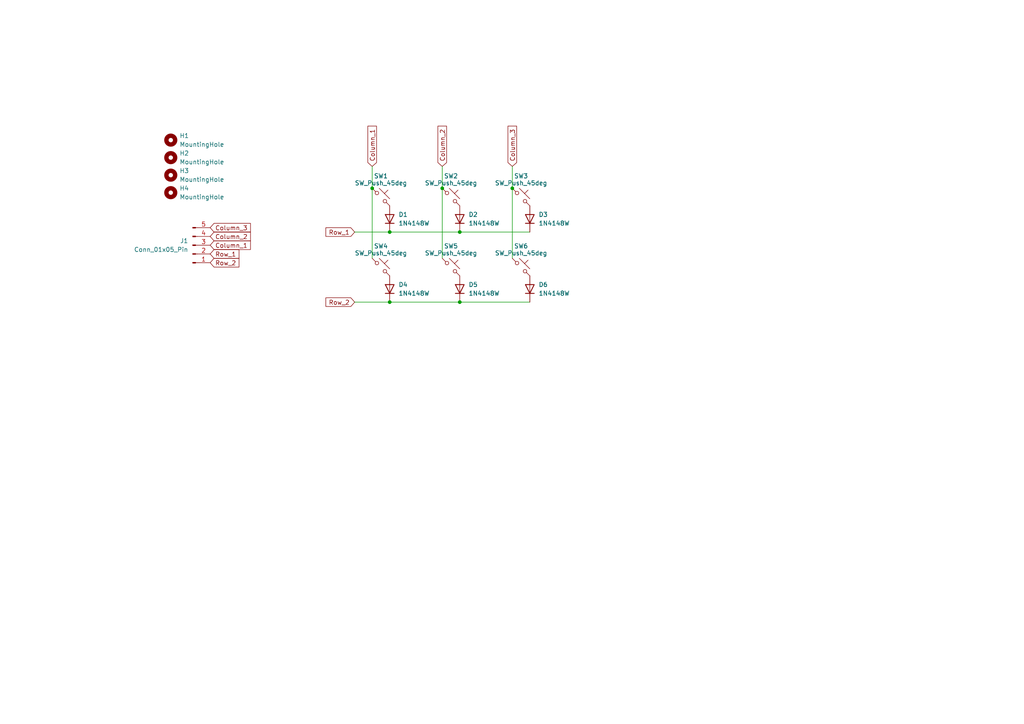
<source format=kicad_sch>
(kicad_sch (version 20231120) (generator "eeschema") (generator_version "8.0")
  (paper "A4")
  (lib_symbols
    (symbol "Connector:Conn_01x05_Pin" (pin_names (offset 1.016) hide)
      (property "Reference" "J" (at 0 7.62 0))
      (property "Value" "Conn_01x05_Pin" (at 0 -7.62 0))
      (symbol "Conn_01x05_Pin_1_1"
        (polyline (pts (xy 1.27 -5.08) (xy 0.8636 -5.08)) (stroke (width 0.1524)))
        (polyline (pts (xy 1.27 -2.54) (xy 0.8636 -2.54)) (stroke (width 0.1524)))
        (polyline (pts (xy 1.27 0) (xy 0.8636 0)) (stroke (width 0.1524)))
        (polyline (pts (xy 1.27 2.54) (xy 0.8636 2.54)) (stroke (width 0.1524)))
        (polyline (pts (xy 1.27 5.08) (xy 0.8636 5.08)) (stroke (width 0.1524)))
        (rectangle (start 0.8636 -4.953) (end 0 -5.207) (stroke (width 0.1524)) (fill (type outline)))
        (rectangle (start 0.8636 -2.413) (end 0 -2.667) (stroke (width 0.1524)) (fill (type outline)))
        (rectangle (start 0.8636 0.127) (end 0 -0.127) (stroke (width 0.1524)) (fill (type outline)))
        (rectangle (start 0.8636 2.667) (end 0 2.413) (stroke (width 0.1524)) (fill (type outline)))
        (rectangle (start 0.8636 5.207) (end 0 4.953) (stroke (width 0.1524)) (fill (type outline)))
        (pin passive line (at 5.08 5.08 180) (length 3.81) (name "Pin_1") (number "1"))
        (pin passive line (at 5.08 2.54 180) (length 3.81) (name "Pin_2") (number "2"))
        (pin passive line (at 5.08 0 180) (length 3.81) (name "Pin_3") (number "3"))
        (pin passive line (at 5.08 -2.54 180) (length 3.81) (name "Pin_4") (number "4"))
        (pin passive line (at 5.08 -5.08 180) (length 3.81) (name "Pin_5") (number "5"))
      )
    )
    (symbol "Diode:1N4148W" (pin_numbers hide) (pin_names hide)
      (property "Reference" "D" (at 0 2.54 0))
      (property "Value" "1N4148W" (at 0 -2.54 0))
      (symbol "1N4148W_0_1"
        (polyline (pts (xy -1.27 1.27) (xy -1.27 -1.27)) (stroke (width 0.254)))
        (polyline (pts (xy 1.27 0) (xy -1.27 0)))
        (polyline (pts (xy 1.27 1.27) (xy 1.27 -1.27) (xy -1.27 0) (xy 1.27 1.27)) (stroke (width 0.254)))
      )
      (symbol "1N4148W_1_1"
        (pin passive line (at -3.81 0 0) (length 2.54) (name "K") (number "1"))
        (pin passive line (at 3.81 0 180) (length 2.54) (name "A") (number "2"))
      )
    )
    (symbol "Mechanical:MountingHole" (pin_names (offset 1.016))
      (property "Reference" "H" (at 0 5.08 0))
      (property "Value" "MountingHole" (at 0 3.175 0))
      (symbol "MountingHole_0_1"
        (circle (center 0 0) (radius 1.27) (stroke (width 1.27)))
      )
    )
    (symbol "Switch:SW_Push_45deg" (pin_numbers hide) (pin_names (offset 1.016) hide)
      (property "Reference" "SW" (at 3.048 1.016 0))
      (property "Value" "SW_Push_45deg" (at 0 -3.81 0))
      (symbol "SW_Push_45deg_0_1"
        (circle (center -1.1684 1.1684) (radius 0.508))
        (polyline (pts (xy -0.508 2.54) (xy 2.54 -0.508)))
        (polyline (pts (xy 1.016 1.016) (xy 2.032 2.032)))
        (polyline (pts (xy -2.54 2.54) (xy -1.524 1.524) (xy -1.524 1.524)))
        (polyline (pts (xy 1.524 -1.524) (xy 2.54 -2.54) (xy 2.54 -2.54) (xy 2.54 -2.54)))
        (circle (center 1.143 -1.1938) (radius 0.508))
        (pin passive line (at -2.54 2.54 0) (length 0) (name "1") (number "1"))
        (pin passive line (at 2.54 -2.54 180) (length 0) (name "2") (number "2"))
      )
    )
  )
  (junction (at 128.27 54.61))
  (junction (at 107.95 54.61))
  (junction (at 113.03 67.31))
  (junction (at 133.35 67.31))
  (junction (at 133.35 87.63))
  (junction (at 148.59 54.61))
  (junction (at 113.03 87.63))
  (wire (pts (xy 102.87 67.31) (xy 113.03 67.31)))
  (wire (pts (xy 128.27 54.61) (xy 128.27 74.93)))
  (wire (pts (xy 113.03 87.63) (xy 133.35 87.63)))
  (wire (pts (xy 148.59 54.61) (xy 148.59 74.93)))
  (wire (pts (xy 133.35 87.63) (xy 153.67 87.63)))
  (wire (pts (xy 128.27 48.26) (xy 128.27 54.61)))
  (wire (pts (xy 133.35 67.31) (xy 153.67 67.31)))
  (wire (pts (xy 148.59 48.26) (xy 148.59 54.61)))
  (wire (pts (xy 107.95 54.61) (xy 107.95 74.93)))
  (wire (pts (xy 113.03 67.31) (xy 133.35 67.31)))
  (wire (pts (xy 107.95 48.26) (xy 107.95 54.61)))
  (wire (pts (xy 102.87 87.63) (xy 113.03 87.63)))
  (global_label "Row_2" (shape input) (at 102.87 87.63 180) (property "Intersheetrefs" "${INTERSHEET_REFS}" (effects (hide yes))))
  (global_label "Row_2" (shape input) (at 60.96 76.2 0) (property "Intersheetrefs" "${INTERSHEET_REFS}" (effects (hide yes))))
  (global_label "Column_3" (shape input) (at 148.59 48.26 90) (property "Intersheetrefs" "${INTERSHEET_REFS}" (effects (hide yes))))
  (global_label "Column_2" (shape input) (at 60.96 68.58 0) (property "Intersheetrefs" "${INTERSHEET_REFS}" (effects (hide yes))))
  (global_label "Row_1" (shape input) (at 102.87 67.31 180) (property "Intersheetrefs" "${INTERSHEET_REFS}" (effects (hide yes))))
  (global_label "Column_3" (shape input) (at 60.96 66.04 0) (property "Intersheetrefs" "${INTERSHEET_REFS}" (effects (hide yes))))
  (global_label "Column_2" (shape input) (at 128.27 48.26 90) (property "Intersheetrefs" "${INTERSHEET_REFS}" (effects (hide yes))))
  (global_label "Column_1" (shape input) (at 60.96 71.12 0) (property "Intersheetrefs" "${INTERSHEET_REFS}" (effects (hide yes))))
  (global_label "Column_1" (shape input) (at 107.95 48.26 90) (property "Intersheetrefs" "${INTERSHEET_REFS}" (effects (hide yes))))
  (global_label "Row_1" (shape input) (at 60.96 73.66 0) (property "Intersheetrefs" "${INTERSHEET_REFS}" (effects (hide yes))))
  (symbol (lib_id "Switch:SW_Push_45deg") (at 110.49 77.47 0) (unit 1)
    (property "Reference" "SW4" (at 110.49 71.374 0))
    (property "Value" "SW_Push_45deg" (at 110.49 73.406 0))
    (property "Footprint" "PCM_Switch_Keyboard_Cherry_MX:SW_Cherry_MX_PCB_1.00u" (effects (hide yes)))
    (property "Description" "Push button switch, normally open, two pins, 45° tilted" (effects (hide yes)))
  )
  (symbol (lib_id "Mechanical:MountingHole") (at 49.53 50.8 0) (unit 1)
    (property "Reference" "H3" (at 52.07 49.5299 0) (effects (justify left)))
    (property "Value" "MountingHole" (at 52.07 52.0699 0) (effects (justify left)))
    (property "Footprint" "MountingHole:MountingHole_3.2mm_M3" (effects (hide yes)))
    (property "Description" "Mounting Hole without connection" (effects (hide yes)))
  )
  (symbol (lib_id "Diode:1N4148W") (at 133.35 63.5 90) (unit 1)
    (property "Reference" "D2" (at 135.89 62.2299 90) (effects (justify right)))
    (property "Value" "1N4148W" (at 135.89 64.7699 90) (effects (justify right)))
    (property "Footprint" "Diode_SMD:D_SOD-123" (effects (hide yes)))
    (property "Datasheet" "https://www.vishay.com/docs/85748/1n4148w.pdf" (effects (hide yes)))
    (property "Description" "75V 0.15A Fast Switching Diode, SOD-123" (effects (hide yes)))
    (property "Sim.Device" "D" (effects (hide yes)))
    (property "Sim.Pins" "1=K 2=A" (effects (hide yes)))
  )
  (symbol (lib_id "Switch:SW_Push_45deg") (at 130.81 57.15 0) (unit 1)
    (property "Reference" "SW2" (at 130.81 51.054 0))
    (property "Value" "SW_Push_45deg" (at 130.81 53.086 0))
    (property "Footprint" "PCM_Switch_Keyboard_Cherry_MX:SW_Cherry_MX_PCB_1.00u" (effects (hide yes)))
    (property "Description" "Push button switch, normally open, two pins, 45° tilted" (effects (hide yes)))
  )
  (symbol (lib_id "Mechanical:MountingHole") (at 49.53 40.64 0) (unit 1)
    (property "Reference" "H1" (at 52.07 39.3699 0) (effects (justify left)))
    (property "Value" "MountingHole" (at 52.07 41.9099 0) (effects (justify left)))
    (property "Footprint" "MountingHole:MountingHole_3.2mm_M3" (effects (hide yes)))
    (property "Description" "Mounting Hole without connection" (effects (hide yes)))
  )
  (symbol (lib_id "Switch:SW_Push_45deg") (at 110.49 57.15 0) (unit 1)
    (property "Reference" "SW1" (at 110.49 51.054 0))
    (property "Value" "SW_Push_45deg" (at 110.49 53.086 0))
    (property "Footprint" "PCM_Switch_Keyboard_Cherry_MX:SW_Cherry_MX_PCB_1.00u" (effects (hide yes)))
    (property "Description" "Push button switch, normally open, two pins, 45° tilted" (effects (hide yes)))
  )
  (symbol (lib_id "Diode:1N4148W") (at 133.35 83.82 90) (unit 1)
    (property "Reference" "D5" (at 135.89 82.5499 90) (effects (justify right)))
    (property "Value" "1N4148W" (at 135.89 85.0899 90) (effects (justify right)))
    (property "Footprint" "Diode_SMD:D_SOD-123" (effects (hide yes)))
    (property "Datasheet" "https://www.vishay.com/docs/85748/1n4148w.pdf" (effects (hide yes)))
    (property "Description" "75V 0.15A Fast Switching Diode, SOD-123" (effects (hide yes)))
    (property "Sim.Device" "D" (effects (hide yes)))
    (property "Sim.Pins" "1=K 2=A" (effects (hide yes)))
  )
  (symbol (lib_id "Switch:SW_Push_45deg") (at 130.81 77.47 0) (unit 1)
    (property "Reference" "SW5" (at 130.81 71.374 0))
    (property "Value" "SW_Push_45deg" (at 130.81 73.406 0))
    (property "Footprint" "PCM_Switch_Keyboard_Cherry_MX:SW_Cherry_MX_PCB_1.00u" (effects (hide yes)))
    (property "Description" "Push button switch, normally open, two pins, 45° tilted" (effects (hide yes)))
  )
  (symbol (lib_id "Diode:1N4148W") (at 153.67 63.5 90) (unit 1)
    (property "Reference" "D3" (at 156.21 62.2299 90) (effects (justify right)))
    (property "Value" "1N4148W" (at 156.21 64.7699 90) (effects (justify right)))
    (property "Footprint" "Diode_SMD:D_SOD-123" (effects (hide yes)))
    (property "Datasheet" "https://www.vishay.com/docs/85748/1n4148w.pdf" (effects (hide yes)))
    (property "Description" "75V 0.15A Fast Switching Diode, SOD-123" (effects (hide yes)))
    (property "Sim.Device" "D" (effects (hide yes)))
    (property "Sim.Pins" "1=K 2=A" (effects (hide yes)))
  )
  (symbol (lib_id "Connector:Conn_01x05_Pin") (at 55.88 71.12 0) (mirror x) (unit 1)
    (property "Reference" "J1" (at 54.61 69.8499 0) (effects (justify right)))
    (property "Value" "Conn_01x05_Pin" (at 54.61 72.3899 0) (effects (justify right)))
    (property "Footprint" "Connector_PinHeader_2.54mm:PinHeader_1x05_P2.54mm_Vertical" (effects (hide yes)))
    (property "Description" "Generic connector, single row, 01x05, script generated" (effects (hide yes)))
  )
  (symbol (lib_id "Mechanical:MountingHole") (at 49.53 55.88 0) (unit 1)
    (property "Reference" "H4" (at 52.07 54.6099 0) (effects (justify left)))
    (property "Value" "MountingHole" (at 52.07 57.1499 0) (effects (justify left)))
    (property "Footprint" "MountingHole:MountingHole_3.2mm_M3" (effects (hide yes)))
    (property "Description" "Mounting Hole without connection" (effects (hide yes)))
  )
  (symbol (lib_id "Diode:1N4148W") (at 113.03 83.82 90) (unit 1)
    (property "Reference" "D4" (at 115.57 82.5499 90) (effects (justify right)))
    (property "Value" "1N4148W" (at 115.57 85.0899 90) (effects (justify right)))
    (property "Footprint" "Diode_SMD:D_SOD-123" (effects (hide yes)))
    (property "Datasheet" "https://www.vishay.com/docs/85748/1n4148w.pdf" (effects (hide yes)))
    (property "Description" "75V 0.15A Fast Switching Diode, SOD-123" (effects (hide yes)))
    (property "Sim.Device" "D" (effects (hide yes)))
    (property "Sim.Pins" "1=K 2=A" (effects (hide yes)))
  )
  (symbol (lib_id "Mechanical:MountingHole") (at 49.53 45.72 0) (unit 1)
    (property "Reference" "H2" (at 52.07 44.4499 0) (effects (justify left)))
    (property "Value" "MountingHole" (at 52.07 46.9899 0) (effects (justify left)))
    (property "Footprint" "MountingHole:MountingHole_3.2mm_M3" (effects (hide yes)))
    (property "Description" "Mounting Hole without connection" (effects (hide yes)))
  )
  (symbol (lib_id "Diode:1N4148W") (at 153.67 83.82 90) (unit 1)
    (property "Reference" "D6" (at 156.21 82.5499 90) (effects (justify right)))
    (property "Value" "1N4148W" (at 156.21 85.0899 90) (effects (justify right)))
    (property "Footprint" "Diode_SMD:D_SOD-123" (effects (hide yes)))
    (property "Datasheet" "https://www.vishay.com/docs/85748/1n4148w.pdf" (effects (hide yes)))
    (property "Description" "75V 0.15A Fast Switching Diode, SOD-123" (effects (hide yes)))
    (property "Sim.Device" "D" (effects (hide yes)))
    (property "Sim.Pins" "1=K 2=A" (effects (hide yes)))
  )
  (symbol (lib_id "Switch:SW_Push_45deg") (at 151.13 77.47 0) (unit 1)
    (property "Reference" "SW6" (at 151.13 71.374 0))
    (property "Value" "SW_Push_45deg" (at 151.13 73.406 0))
    (property "Footprint" "PCM_Switch_Keyboard_Cherry_MX:SW_Cherry_MX_PCB_1.00u" (effects (hide yes)))
    (property "Description" "Push button switch, normally open, two pins, 45° tilted" (effects (hide yes)))
  )
  (symbol (lib_id "Switch:SW_Push_45deg") (at 151.13 57.15 0) (unit 1)
    (property "Reference" "SW3" (at 151.13 51.054 0))
    (property "Value" "SW_Push_45deg" (at 151.13 53.086 0))
    (property "Footprint" "PCM_Switch_Keyboard_Cherry_MX:SW_Cherry_MX_PCB_1.00u" (effects (hide yes)))
    (property "Description" "Push button switch, normally open, two pins, 45° tilted" (effects (hide yes)))
  )
  (symbol (lib_id "Diode:1N4148W") (at 113.03 63.5 90) (unit 1)
    (property "Reference" "D1" (at 115.57 62.2299 90) (effects (justify right)))
    (property "Value" "1N4148W" (at 115.57 64.7699 90) (effects (justify right)))
    (property "Footprint" "Diode_SMD:D_SOD-123" (effects (hide yes)))
    (property "Datasheet" "https://www.vishay.com/docs/85748/1n4148w.pdf" (effects (hide yes)))
    (property "Description" "75V 0.15A Fast Switching Diode, SOD-123" (effects (hide yes)))
    (property "Sim.Device" "D" (effects (hide yes)))
    (property "Sim.Pins" "1=K 2=A" (effects (hide yes)))
  )
)
</source>
